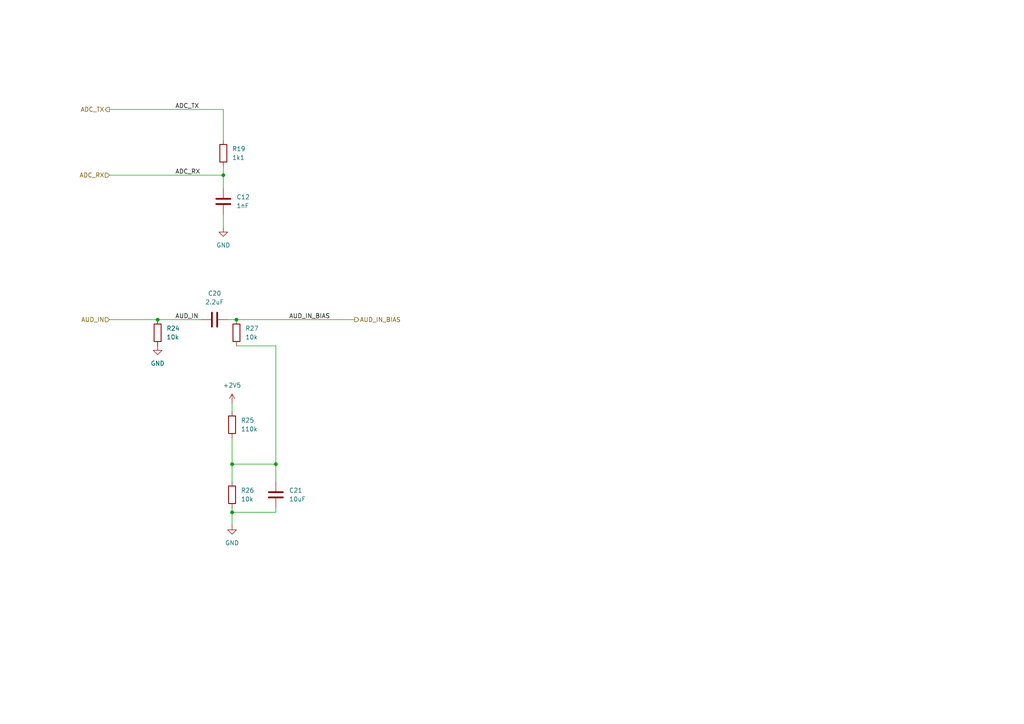
<source format=kicad_sch>
(kicad_sch
	(version 20250114)
	(generator "eeschema")
	(generator_version "9.0")
	(uuid "772ff847-a194-466b-b27b-2c6e74b275df")
	(paper "A4")
	(lib_symbols
		(symbol "Device:C"
			(pin_numbers
				(hide yes)
			)
			(pin_names
				(offset 0.254)
			)
			(exclude_from_sim no)
			(in_bom yes)
			(on_board yes)
			(property "Reference" "C"
				(at 0.635 2.54 0)
				(effects
					(font
						(size 1.27 1.27)
					)
					(justify left)
				)
			)
			(property "Value" "C"
				(at 0.635 -2.54 0)
				(effects
					(font
						(size 1.27 1.27)
					)
					(justify left)
				)
			)
			(property "Footprint" ""
				(at 0.9652 -3.81 0)
				(effects
					(font
						(size 1.27 1.27)
					)
					(hide yes)
				)
			)
			(property "Datasheet" "~"
				(at 0 0 0)
				(effects
					(font
						(size 1.27 1.27)
					)
					(hide yes)
				)
			)
			(property "Description" "Unpolarized capacitor"
				(at 0 0 0)
				(effects
					(font
						(size 1.27 1.27)
					)
					(hide yes)
				)
			)
			(property "ki_keywords" "cap capacitor"
				(at 0 0 0)
				(effects
					(font
						(size 1.27 1.27)
					)
					(hide yes)
				)
			)
			(property "ki_fp_filters" "C_*"
				(at 0 0 0)
				(effects
					(font
						(size 1.27 1.27)
					)
					(hide yes)
				)
			)
			(symbol "C_0_1"
				(polyline
					(pts
						(xy -2.032 0.762) (xy 2.032 0.762)
					)
					(stroke
						(width 0.508)
						(type default)
					)
					(fill
						(type none)
					)
				)
				(polyline
					(pts
						(xy -2.032 -0.762) (xy 2.032 -0.762)
					)
					(stroke
						(width 0.508)
						(type default)
					)
					(fill
						(type none)
					)
				)
			)
			(symbol "C_1_1"
				(pin passive line
					(at 0 3.81 270)
					(length 2.794)
					(name "~"
						(effects
							(font
								(size 1.27 1.27)
							)
						)
					)
					(number "1"
						(effects
							(font
								(size 1.27 1.27)
							)
						)
					)
				)
				(pin passive line
					(at 0 -3.81 90)
					(length 2.794)
					(name "~"
						(effects
							(font
								(size 1.27 1.27)
							)
						)
					)
					(number "2"
						(effects
							(font
								(size 1.27 1.27)
							)
						)
					)
				)
			)
			(embedded_fonts no)
		)
		(symbol "Device:R"
			(pin_numbers
				(hide yes)
			)
			(pin_names
				(offset 0)
			)
			(exclude_from_sim no)
			(in_bom yes)
			(on_board yes)
			(property "Reference" "R"
				(at 2.032 0 90)
				(effects
					(font
						(size 1.27 1.27)
					)
				)
			)
			(property "Value" "R"
				(at 0 0 90)
				(effects
					(font
						(size 1.27 1.27)
					)
				)
			)
			(property "Footprint" ""
				(at -1.778 0 90)
				(effects
					(font
						(size 1.27 1.27)
					)
					(hide yes)
				)
			)
			(property "Datasheet" "~"
				(at 0 0 0)
				(effects
					(font
						(size 1.27 1.27)
					)
					(hide yes)
				)
			)
			(property "Description" "Resistor"
				(at 0 0 0)
				(effects
					(font
						(size 1.27 1.27)
					)
					(hide yes)
				)
			)
			(property "ki_keywords" "R res resistor"
				(at 0 0 0)
				(effects
					(font
						(size 1.27 1.27)
					)
					(hide yes)
				)
			)
			(property "ki_fp_filters" "R_*"
				(at 0 0 0)
				(effects
					(font
						(size 1.27 1.27)
					)
					(hide yes)
				)
			)
			(symbol "R_0_1"
				(rectangle
					(start -1.016 -2.54)
					(end 1.016 2.54)
					(stroke
						(width 0.254)
						(type default)
					)
					(fill
						(type none)
					)
				)
			)
			(symbol "R_1_1"
				(pin passive line
					(at 0 3.81 270)
					(length 1.27)
					(name "~"
						(effects
							(font
								(size 1.27 1.27)
							)
						)
					)
					(number "1"
						(effects
							(font
								(size 1.27 1.27)
							)
						)
					)
				)
				(pin passive line
					(at 0 -3.81 90)
					(length 1.27)
					(name "~"
						(effects
							(font
								(size 1.27 1.27)
							)
						)
					)
					(number "2"
						(effects
							(font
								(size 1.27 1.27)
							)
						)
					)
				)
			)
			(embedded_fonts no)
		)
		(symbol "power:+2V5"
			(power)
			(pin_numbers
				(hide yes)
			)
			(pin_names
				(offset 0)
				(hide yes)
			)
			(exclude_from_sim no)
			(in_bom yes)
			(on_board yes)
			(property "Reference" "#PWR"
				(at 0 -3.81 0)
				(effects
					(font
						(size 1.27 1.27)
					)
					(hide yes)
				)
			)
			(property "Value" "+2V5"
				(at 0 3.556 0)
				(effects
					(font
						(size 1.27 1.27)
					)
				)
			)
			(property "Footprint" ""
				(at 0 0 0)
				(effects
					(font
						(size 1.27 1.27)
					)
					(hide yes)
				)
			)
			(property "Datasheet" ""
				(at 0 0 0)
				(effects
					(font
						(size 1.27 1.27)
					)
					(hide yes)
				)
			)
			(property "Description" "Power symbol creates a global label with name \"+2V5\""
				(at 0 0 0)
				(effects
					(font
						(size 1.27 1.27)
					)
					(hide yes)
				)
			)
			(property "ki_keywords" "global power"
				(at 0 0 0)
				(effects
					(font
						(size 1.27 1.27)
					)
					(hide yes)
				)
			)
			(symbol "+2V5_0_1"
				(polyline
					(pts
						(xy -0.762 1.27) (xy 0 2.54)
					)
					(stroke
						(width 0)
						(type default)
					)
					(fill
						(type none)
					)
				)
				(polyline
					(pts
						(xy 0 2.54) (xy 0.762 1.27)
					)
					(stroke
						(width 0)
						(type default)
					)
					(fill
						(type none)
					)
				)
				(polyline
					(pts
						(xy 0 0) (xy 0 2.54)
					)
					(stroke
						(width 0)
						(type default)
					)
					(fill
						(type none)
					)
				)
			)
			(symbol "+2V5_1_1"
				(pin power_in line
					(at 0 0 90)
					(length 0)
					(name "~"
						(effects
							(font
								(size 1.27 1.27)
							)
						)
					)
					(number "1"
						(effects
							(font
								(size 1.27 1.27)
							)
						)
					)
				)
			)
			(embedded_fonts no)
		)
		(symbol "power:GND"
			(power)
			(pin_numbers
				(hide yes)
			)
			(pin_names
				(offset 0)
				(hide yes)
			)
			(exclude_from_sim no)
			(in_bom yes)
			(on_board yes)
			(property "Reference" "#PWR"
				(at 0 -6.35 0)
				(effects
					(font
						(size 1.27 1.27)
					)
					(hide yes)
				)
			)
			(property "Value" "GND"
				(at 0 -3.81 0)
				(effects
					(font
						(size 1.27 1.27)
					)
				)
			)
			(property "Footprint" ""
				(at 0 0 0)
				(effects
					(font
						(size 1.27 1.27)
					)
					(hide yes)
				)
			)
			(property "Datasheet" ""
				(at 0 0 0)
				(effects
					(font
						(size 1.27 1.27)
					)
					(hide yes)
				)
			)
			(property "Description" "Power symbol creates a global label with name \"GND\" , ground"
				(at 0 0 0)
				(effects
					(font
						(size 1.27 1.27)
					)
					(hide yes)
				)
			)
			(property "ki_keywords" "global power"
				(at 0 0 0)
				(effects
					(font
						(size 1.27 1.27)
					)
					(hide yes)
				)
			)
			(symbol "GND_0_1"
				(polyline
					(pts
						(xy 0 0) (xy 0 -1.27) (xy 1.27 -1.27) (xy 0 -2.54) (xy -1.27 -1.27) (xy 0 -1.27)
					)
					(stroke
						(width 0)
						(type default)
					)
					(fill
						(type none)
					)
				)
			)
			(symbol "GND_1_1"
				(pin power_in line
					(at 0 0 270)
					(length 0)
					(name "~"
						(effects
							(font
								(size 1.27 1.27)
							)
						)
					)
					(number "1"
						(effects
							(font
								(size 1.27 1.27)
							)
						)
					)
				)
			)
			(embedded_fonts no)
		)
	)
	(junction
		(at 80.01 134.62)
		(diameter 0)
		(color 0 0 0 0)
		(uuid "69fb3c55-a83b-4e11-a98e-1342a51f9021")
	)
	(junction
		(at 67.31 148.59)
		(diameter 0)
		(color 0 0 0 0)
		(uuid "ad1985dd-f893-4136-a76e-af41db7a8c88")
	)
	(junction
		(at 67.31 134.62)
		(diameter 0)
		(color 0 0 0 0)
		(uuid "c2bd121f-cf65-4a07-b2e5-c0ce02e2fed0")
	)
	(junction
		(at 64.77 50.8)
		(diameter 0)
		(color 0 0 0 0)
		(uuid "e2de462b-c113-4a94-9b74-4d9c4b42f9e5")
	)
	(junction
		(at 45.72 92.71)
		(diameter 0)
		(color 0 0 0 0)
		(uuid "e794da8a-d2b8-41d0-8da9-18dc768224e9")
	)
	(junction
		(at 68.58 92.71)
		(diameter 0)
		(color 0 0 0 0)
		(uuid "eef71d24-4bb8-44d2-9eca-25cc800950cb")
	)
	(wire
		(pts
			(xy 66.04 92.71) (xy 68.58 92.71)
		)
		(stroke
			(width 0)
			(type default)
		)
		(uuid "001d2034-00fd-43e2-975b-75c796844e9a")
	)
	(wire
		(pts
			(xy 31.75 31.75) (xy 64.77 31.75)
		)
		(stroke
			(width 0)
			(type default)
		)
		(uuid "0cc43b31-eeac-49b5-8dde-6a7b30e322e9")
	)
	(wire
		(pts
			(xy 67.31 134.62) (xy 67.31 139.7)
		)
		(stroke
			(width 0)
			(type default)
		)
		(uuid "1dd1bcec-cecd-4a79-a59a-61c16fa16d66")
	)
	(wire
		(pts
			(xy 80.01 100.33) (xy 68.58 100.33)
		)
		(stroke
			(width 0)
			(type default)
		)
		(uuid "2ea1501c-2938-4c45-ba77-fee0cc427a49")
	)
	(wire
		(pts
			(xy 64.77 40.64) (xy 64.77 31.75)
		)
		(stroke
			(width 0)
			(type default)
		)
		(uuid "3cef5acd-41b8-4342-b27f-e9d9a81eda32")
	)
	(wire
		(pts
			(xy 80.01 100.33) (xy 80.01 134.62)
		)
		(stroke
			(width 0)
			(type default)
		)
		(uuid "4fb39f44-b2a6-4e5b-96de-97d11a0b6c97")
	)
	(wire
		(pts
			(xy 67.31 148.59) (xy 80.01 148.59)
		)
		(stroke
			(width 0)
			(type default)
		)
		(uuid "53e362ce-1887-43af-9dc9-a7bd76ce5d41")
	)
	(wire
		(pts
			(xy 80.01 148.59) (xy 80.01 147.32)
		)
		(stroke
			(width 0)
			(type default)
		)
		(uuid "5f249474-d5f8-42ae-b870-507d178d9ffd")
	)
	(wire
		(pts
			(xy 31.75 92.71) (xy 45.72 92.71)
		)
		(stroke
			(width 0)
			(type default)
		)
		(uuid "6a5c9f25-69b7-4a49-9fa2-992725797057")
	)
	(wire
		(pts
			(xy 67.31 127) (xy 67.31 134.62)
		)
		(stroke
			(width 0)
			(type default)
		)
		(uuid "6bd99f29-55d9-4590-8a4d-c3a592bcbc02")
	)
	(wire
		(pts
			(xy 64.77 62.23) (xy 64.77 66.04)
		)
		(stroke
			(width 0)
			(type default)
		)
		(uuid "9a8bdc72-bcce-4b45-b6ba-f2b3e0cbceba")
	)
	(wire
		(pts
			(xy 80.01 139.7) (xy 80.01 134.62)
		)
		(stroke
			(width 0)
			(type default)
		)
		(uuid "9fc66f45-7578-4834-a632-c098c0187004")
	)
	(wire
		(pts
			(xy 64.77 50.8) (xy 64.77 54.61)
		)
		(stroke
			(width 0)
			(type default)
		)
		(uuid "a0195bb6-a69e-4d5f-be47-c5f7ee4646af")
	)
	(wire
		(pts
			(xy 67.31 147.32) (xy 67.31 148.59)
		)
		(stroke
			(width 0)
			(type default)
		)
		(uuid "aa4e78dd-5f6e-49af-8435-907e960b5411")
	)
	(wire
		(pts
			(xy 31.75 50.8) (xy 64.77 50.8)
		)
		(stroke
			(width 0)
			(type default)
		)
		(uuid "b0f1ec8e-8924-4f38-a55b-916139eb51b1")
	)
	(wire
		(pts
			(xy 67.31 116.84) (xy 67.31 119.38)
		)
		(stroke
			(width 0)
			(type default)
		)
		(uuid "b18d8660-1ad0-4726-bc59-6720ffa5497d")
	)
	(wire
		(pts
			(xy 80.01 134.62) (xy 67.31 134.62)
		)
		(stroke
			(width 0)
			(type default)
		)
		(uuid "bdcddb90-5bde-40e5-a241-159eae7ddd91")
	)
	(wire
		(pts
			(xy 67.31 148.59) (xy 67.31 152.4)
		)
		(stroke
			(width 0)
			(type default)
		)
		(uuid "c6ccff82-b35e-435b-acf6-c8b6432c9f07")
	)
	(wire
		(pts
			(xy 45.72 92.71) (xy 58.42 92.71)
		)
		(stroke
			(width 0)
			(type default)
		)
		(uuid "d5851c72-42c2-49c2-8931-283ecadedda6")
	)
	(wire
		(pts
			(xy 64.77 48.26) (xy 64.77 50.8)
		)
		(stroke
			(width 0)
			(type default)
		)
		(uuid "ebd0cfe5-0e2b-4486-94f2-e92587b30be9")
	)
	(wire
		(pts
			(xy 68.58 92.71) (xy 102.87 92.71)
		)
		(stroke
			(width 0)
			(type default)
		)
		(uuid "f98d7ac1-13ab-46f7-96fc-a41bc6c44cca")
	)
	(label "ADC_RX"
		(at 50.8 50.8 0)
		(effects
			(font
				(size 1.27 1.27)
			)
			(justify left bottom)
		)
		(uuid "378375b1-1290-42fc-8e13-4247b057fb56")
	)
	(label "AUD_IN"
		(at 50.8 92.71 0)
		(effects
			(font
				(size 1.27 1.27)
			)
			(justify left bottom)
		)
		(uuid "87380dec-790d-4b03-9eda-0b883195d5f5")
	)
	(label "AUD_IN_BIAS"
		(at 83.82 92.71 0)
		(effects
			(font
				(size 1.27 1.27)
			)
			(justify left bottom)
		)
		(uuid "b78e23d8-8604-4296-b644-1e51c2d197bb")
	)
	(label "ADC_TX"
		(at 50.8 31.75 0)
		(effects
			(font
				(size 1.27 1.27)
			)
			(justify left bottom)
		)
		(uuid "c1ca05a6-4cdc-4ad5-89ec-b4d94499e3f3")
	)
	(hierarchical_label "AUD_IN_BIAS"
		(shape output)
		(at 102.87 92.71 0)
		(effects
			(font
				(size 1.27 1.27)
			)
			(justify left)
		)
		(uuid "01f0a8c4-f828-4fd3-b22a-817b26ed8b59")
	)
	(hierarchical_label "ADC_RX"
		(shape input)
		(at 31.75 50.8 180)
		(effects
			(font
				(size 1.27 1.27)
			)
			(justify right)
		)
		(uuid "9ac4167d-c812-4cd6-a312-c1e6f6b895e8")
	)
	(hierarchical_label "ADC_TX"
		(shape output)
		(at 31.75 31.75 180)
		(effects
			(font
				(size 1.27 1.27)
			)
			(justify right)
		)
		(uuid "cff769a2-6a55-4662-b14a-93983a23f6df")
	)
	(hierarchical_label "AUD_IN"
		(shape input)
		(at 31.75 92.71 180)
		(effects
			(font
				(size 1.27 1.27)
			)
			(justify right)
		)
		(uuid "db1fb264-23fa-4873-a117-03727fe5621e")
	)
	(symbol
		(lib_id "power:+2V5")
		(at 67.31 116.84 0)
		(unit 1)
		(exclude_from_sim no)
		(in_bom yes)
		(on_board yes)
		(dnp no)
		(fields_autoplaced yes)
		(uuid "4492d9c5-9f0c-4434-b18a-0a87f8a7320a")
		(property "Reference" "#PWR038"
			(at 67.31 120.65 0)
			(effects
				(font
					(size 1.27 1.27)
				)
				(hide yes)
			)
		)
		(property "Value" "+2V5"
			(at 67.31 111.76 0)
			(effects
				(font
					(size 1.27 1.27)
				)
			)
		)
		(property "Footprint" ""
			(at 67.31 116.84 0)
			(effects
				(font
					(size 1.27 1.27)
				)
				(hide yes)
			)
		)
		(property "Datasheet" ""
			(at 67.31 116.84 0)
			(effects
				(font
					(size 1.27 1.27)
				)
				(hide yes)
			)
		)
		(property "Description" "Power symbol creates a global label with name \"+2V5\""
			(at 67.31 116.84 0)
			(effects
				(font
					(size 1.27 1.27)
				)
				(hide yes)
			)
		)
		(pin "1"
			(uuid "3824f770-5cb1-4f02-a890-7a1b043ff467")
		)
		(instances
			(project "pokeymax4_5"
				(path "/f8f92944-710a-49a0-a698-f840e5f20e15/1dc50d40-2acd-4c26-808b-1819716fc764"
					(reference "#PWR038")
					(unit 1)
				)
			)
		)
	)
	(symbol
		(lib_id "Device:R")
		(at 67.31 123.19 0)
		(unit 1)
		(exclude_from_sim no)
		(in_bom yes)
		(on_board yes)
		(dnp no)
		(fields_autoplaced yes)
		(uuid "780f7e9c-b61e-412a-8623-462f256e1770")
		(property "Reference" "R25"
			(at 69.85 121.9199 0)
			(effects
				(font
					(size 1.27 1.27)
				)
				(justify left)
			)
		)
		(property "Value" "110k"
			(at 69.85 124.4599 0)
			(effects
				(font
					(size 1.27 1.27)
				)
				(justify left)
			)
		)
		(property "Footprint" "Resistor_SMD:R_0603_1608Metric"
			(at 65.532 123.19 90)
			(effects
				(font
					(size 1.27 1.27)
				)
				(hide yes)
			)
		)
		(property "Datasheet" "~"
			(at 67.31 123.19 0)
			(effects
				(font
					(size 1.27 1.27)
				)
				(hide yes)
			)
		)
		(property "Description" "Resistor"
			(at 67.31 123.19 0)
			(effects
				(font
					(size 1.27 1.27)
				)
				(hide yes)
			)
		)
		(pin "1"
			(uuid "43b73002-03c3-4fdf-801f-40ece299f585")
		)
		(pin "2"
			(uuid "01513ca9-8625-437e-8fd1-21e5ba04b2cb")
		)
		(instances
			(project "pokeymax4_5"
				(path "/f8f92944-710a-49a0-a698-f840e5f20e15/1dc50d40-2acd-4c26-808b-1819716fc764"
					(reference "R25")
					(unit 1)
				)
			)
		)
	)
	(symbol
		(lib_id "Device:R")
		(at 45.72 96.52 0)
		(unit 1)
		(exclude_from_sim no)
		(in_bom yes)
		(on_board yes)
		(dnp no)
		(fields_autoplaced yes)
		(uuid "7bda38c4-a233-458d-ba2a-b1d80e160058")
		(property "Reference" "R24"
			(at 48.26 95.2499 0)
			(effects
				(font
					(size 1.27 1.27)
				)
				(justify left)
			)
		)
		(property "Value" "10k"
			(at 48.26 97.7899 0)
			(effects
				(font
					(size 1.27 1.27)
				)
				(justify left)
			)
		)
		(property "Footprint" "Resistor_SMD:R_0603_1608Metric"
			(at 43.942 96.52 90)
			(effects
				(font
					(size 1.27 1.27)
				)
				(hide yes)
			)
		)
		(property "Datasheet" "~"
			(at 45.72 96.52 0)
			(effects
				(font
					(size 1.27 1.27)
				)
				(hide yes)
			)
		)
		(property "Description" "Resistor"
			(at 45.72 96.52 0)
			(effects
				(font
					(size 1.27 1.27)
				)
				(hide yes)
			)
		)
		(pin "1"
			(uuid "a013ff97-fa20-483e-9717-a93fcc4d5895")
		)
		(pin "2"
			(uuid "c72d604b-6adb-4caa-9647-00eabf2e4d4a")
		)
		(instances
			(project "pokeymax4_5"
				(path "/f8f92944-710a-49a0-a698-f840e5f20e15/1dc50d40-2acd-4c26-808b-1819716fc764"
					(reference "R24")
					(unit 1)
				)
			)
		)
	)
	(symbol
		(lib_id "Device:R")
		(at 68.58 96.52 0)
		(unit 1)
		(exclude_from_sim no)
		(in_bom yes)
		(on_board yes)
		(dnp no)
		(fields_autoplaced yes)
		(uuid "93ed9da9-f80a-47d2-935c-b25dac6ec717")
		(property "Reference" "R27"
			(at 71.12 95.2499 0)
			(effects
				(font
					(size 1.27 1.27)
				)
				(justify left)
			)
		)
		(property "Value" "10k"
			(at 71.12 97.7899 0)
			(effects
				(font
					(size 1.27 1.27)
				)
				(justify left)
			)
		)
		(property "Footprint" "Resistor_SMD:R_0603_1608Metric"
			(at 66.802 96.52 90)
			(effects
				(font
					(size 1.27 1.27)
				)
				(hide yes)
			)
		)
		(property "Datasheet" "~"
			(at 68.58 96.52 0)
			(effects
				(font
					(size 1.27 1.27)
				)
				(hide yes)
			)
		)
		(property "Description" "Resistor"
			(at 68.58 96.52 0)
			(effects
				(font
					(size 1.27 1.27)
				)
				(hide yes)
			)
		)
		(pin "1"
			(uuid "22496743-8826-4602-b5d2-2bc2af10ea9e")
		)
		(pin "2"
			(uuid "34b26095-c4e5-47bd-845c-f59e565f4b57")
		)
		(instances
			(project "pokeymax4_5"
				(path "/f8f92944-710a-49a0-a698-f840e5f20e15/1dc50d40-2acd-4c26-808b-1819716fc764"
					(reference "R27")
					(unit 1)
				)
			)
		)
	)
	(symbol
		(lib_id "Device:C")
		(at 62.23 92.71 90)
		(unit 1)
		(exclude_from_sim no)
		(in_bom yes)
		(on_board yes)
		(dnp no)
		(fields_autoplaced yes)
		(uuid "93fcf6e1-b585-468f-9553-649934a95976")
		(property "Reference" "C20"
			(at 62.23 85.09 90)
			(effects
				(font
					(size 1.27 1.27)
				)
			)
		)
		(property "Value" "2.2uF"
			(at 62.23 87.63 90)
			(effects
				(font
					(size 1.27 1.27)
				)
			)
		)
		(property "Footprint" "Capacitor_SMD:C_0603_1608Metric"
			(at 66.04 91.7448 0)
			(effects
				(font
					(size 1.27 1.27)
				)
				(hide yes)
			)
		)
		(property "Datasheet" "~"
			(at 62.23 92.71 0)
			(effects
				(font
					(size 1.27 1.27)
				)
				(hide yes)
			)
		)
		(property "Description" "Unpolarized capacitor"
			(at 62.23 92.71 0)
			(effects
				(font
					(size 1.27 1.27)
				)
				(hide yes)
			)
		)
		(pin "1"
			(uuid "d50d7e13-a5c6-4a53-8b81-028ece97e93b")
		)
		(pin "2"
			(uuid "cb5fd505-de36-432b-9769-bec05de6661f")
		)
		(instances
			(project "pokeymax4_5"
				(path "/f8f92944-710a-49a0-a698-f840e5f20e15/1dc50d40-2acd-4c26-808b-1819716fc764"
					(reference "C20")
					(unit 1)
				)
			)
		)
	)
	(symbol
		(lib_id "power:GND")
		(at 64.77 66.04 0)
		(unit 1)
		(exclude_from_sim no)
		(in_bom yes)
		(on_board yes)
		(dnp no)
		(fields_autoplaced yes)
		(uuid "945972f6-456c-4710-9df2-33dc825f4d15")
		(property "Reference" "#PWR036"
			(at 64.77 72.39 0)
			(effects
				(font
					(size 1.27 1.27)
				)
				(hide yes)
			)
		)
		(property "Value" "GND"
			(at 64.77 71.12 0)
			(effects
				(font
					(size 1.27 1.27)
				)
			)
		)
		(property "Footprint" ""
			(at 64.77 66.04 0)
			(effects
				(font
					(size 1.27 1.27)
				)
				(hide yes)
			)
		)
		(property "Datasheet" ""
			(at 64.77 66.04 0)
			(effects
				(font
					(size 1.27 1.27)
				)
				(hide yes)
			)
		)
		(property "Description" "Power symbol creates a global label with name \"GND\" , ground"
			(at 64.77 66.04 0)
			(effects
				(font
					(size 1.27 1.27)
				)
				(hide yes)
			)
		)
		(pin "1"
			(uuid "ad522a48-b0af-498a-95c5-1623c31d2589")
		)
		(instances
			(project ""
				(path "/f8f92944-710a-49a0-a698-f840e5f20e15/1dc50d40-2acd-4c26-808b-1819716fc764"
					(reference "#PWR036")
					(unit 1)
				)
			)
		)
	)
	(symbol
		(lib_id "Device:R")
		(at 64.77 44.45 0)
		(unit 1)
		(exclude_from_sim no)
		(in_bom yes)
		(on_board yes)
		(dnp no)
		(fields_autoplaced yes)
		(uuid "971f0099-318a-42a4-aee4-8740ef73c374")
		(property "Reference" "R19"
			(at 67.31 43.1799 0)
			(effects
				(font
					(size 1.27 1.27)
				)
				(justify left)
			)
		)
		(property "Value" "1k1"
			(at 67.31 45.7199 0)
			(effects
				(font
					(size 1.27 1.27)
				)
				(justify left)
			)
		)
		(property "Footprint" "Resistor_SMD:R_0603_1608Metric"
			(at 62.992 44.45 90)
			(effects
				(font
					(size 1.27 1.27)
				)
				(hide yes)
			)
		)
		(property "Datasheet" "~"
			(at 64.77 44.45 0)
			(effects
				(font
					(size 1.27 1.27)
				)
				(hide yes)
			)
		)
		(property "Description" "Resistor"
			(at 64.77 44.45 0)
			(effects
				(font
					(size 1.27 1.27)
				)
				(hide yes)
			)
		)
		(pin "2"
			(uuid "dab00a8d-7729-438e-9673-63813aa46a87")
		)
		(pin "1"
			(uuid "3b0f4286-72c6-4efe-8ad1-89c5b67e5d0a")
		)
		(instances
			(project ""
				(path "/f8f92944-710a-49a0-a698-f840e5f20e15/1dc50d40-2acd-4c26-808b-1819716fc764"
					(reference "R19")
					(unit 1)
				)
			)
		)
	)
	(symbol
		(lib_id "Device:C")
		(at 64.77 58.42 0)
		(unit 1)
		(exclude_from_sim no)
		(in_bom yes)
		(on_board yes)
		(dnp no)
		(fields_autoplaced yes)
		(uuid "abe35a00-08d8-443a-9731-b3df85251e37")
		(property "Reference" "C12"
			(at 68.58 57.1499 0)
			(effects
				(font
					(size 1.27 1.27)
				)
				(justify left)
			)
		)
		(property "Value" "1nF"
			(at 68.58 59.6899 0)
			(effects
				(font
					(size 1.27 1.27)
				)
				(justify left)
			)
		)
		(property "Footprint" "Capacitor_SMD:C_0603_1608Metric"
			(at 65.7352 62.23 0)
			(effects
				(font
					(size 1.27 1.27)
				)
				(hide yes)
			)
		)
		(property "Datasheet" "~"
			(at 64.77 58.42 0)
			(effects
				(font
					(size 1.27 1.27)
				)
				(hide yes)
			)
		)
		(property "Description" "Unpolarized capacitor"
			(at 64.77 58.42 0)
			(effects
				(font
					(size 1.27 1.27)
				)
				(hide yes)
			)
		)
		(pin "1"
			(uuid "affee368-0878-49ce-8cc1-ea404548f731")
		)
		(pin "2"
			(uuid "d22beb7c-fea3-4044-92a5-0dffacc266e2")
		)
		(instances
			(project ""
				(path "/f8f92944-710a-49a0-a698-f840e5f20e15/1dc50d40-2acd-4c26-808b-1819716fc764"
					(reference "C12")
					(unit 1)
				)
			)
		)
	)
	(symbol
		(lib_id "Device:C")
		(at 80.01 143.51 180)
		(unit 1)
		(exclude_from_sim no)
		(in_bom yes)
		(on_board yes)
		(dnp no)
		(fields_autoplaced yes)
		(uuid "c3c3bbbc-294d-4968-9488-9b11e95ea663")
		(property "Reference" "C21"
			(at 83.82 142.2399 0)
			(effects
				(font
					(size 1.27 1.27)
				)
				(justify right)
			)
		)
		(property "Value" "10uF"
			(at 83.82 144.7799 0)
			(effects
				(font
					(size 1.27 1.27)
				)
				(justify right)
			)
		)
		(property "Footprint" "Capacitor_SMD:C_0603_1608Metric"
			(at 79.0448 139.7 0)
			(effects
				(font
					(size 1.27 1.27)
				)
				(hide yes)
			)
		)
		(property "Datasheet" "~"
			(at 80.01 143.51 0)
			(effects
				(font
					(size 1.27 1.27)
				)
				(hide yes)
			)
		)
		(property "Description" "Unpolarized capacitor"
			(at 80.01 143.51 0)
			(effects
				(font
					(size 1.27 1.27)
				)
				(hide yes)
			)
		)
		(pin "1"
			(uuid "f6dc844a-1c25-4206-87ec-f6291b0aab96")
		)
		(pin "2"
			(uuid "dd4e351f-cf90-44fb-8881-510498915556")
		)
		(instances
			(project "pokeymax4_5"
				(path "/f8f92944-710a-49a0-a698-f840e5f20e15/1dc50d40-2acd-4c26-808b-1819716fc764"
					(reference "C21")
					(unit 1)
				)
			)
		)
	)
	(symbol
		(lib_id "Device:R")
		(at 67.31 143.51 0)
		(unit 1)
		(exclude_from_sim no)
		(in_bom yes)
		(on_board yes)
		(dnp no)
		(fields_autoplaced yes)
		(uuid "d58023cd-ad79-4965-b5d1-74dbf1093308")
		(property "Reference" "R26"
			(at 69.85 142.2399 0)
			(effects
				(font
					(size 1.27 1.27)
				)
				(justify left)
			)
		)
		(property "Value" "10k"
			(at 69.85 144.7799 0)
			(effects
				(font
					(size 1.27 1.27)
				)
				(justify left)
			)
		)
		(property "Footprint" "Resistor_SMD:R_0603_1608Metric"
			(at 65.532 143.51 90)
			(effects
				(font
					(size 1.27 1.27)
				)
				(hide yes)
			)
		)
		(property "Datasheet" "~"
			(at 67.31 143.51 0)
			(effects
				(font
					(size 1.27 1.27)
				)
				(hide yes)
			)
		)
		(property "Description" "Resistor"
			(at 67.31 143.51 0)
			(effects
				(font
					(size 1.27 1.27)
				)
				(hide yes)
			)
		)
		(pin "1"
			(uuid "2729f1d3-ccd5-4b30-b1b1-f1cb8a9d6237")
		)
		(pin "2"
			(uuid "8536d14f-4c94-4631-9790-3b3cd1835adf")
		)
		(instances
			(project "pokeymax4_5"
				(path "/f8f92944-710a-49a0-a698-f840e5f20e15/1dc50d40-2acd-4c26-808b-1819716fc764"
					(reference "R26")
					(unit 1)
				)
			)
		)
	)
	(symbol
		(lib_id "power:GND")
		(at 67.31 152.4 0)
		(unit 1)
		(exclude_from_sim no)
		(in_bom yes)
		(on_board yes)
		(dnp no)
		(fields_autoplaced yes)
		(uuid "d9cb2843-1bc3-4eb9-81b8-c792523866f7")
		(property "Reference" "#PWR037"
			(at 67.31 158.75 0)
			(effects
				(font
					(size 1.27 1.27)
				)
				(hide yes)
			)
		)
		(property "Value" "GND"
			(at 67.31 157.48 0)
			(effects
				(font
					(size 1.27 1.27)
				)
			)
		)
		(property "Footprint" ""
			(at 67.31 152.4 0)
			(effects
				(font
					(size 1.27 1.27)
				)
				(hide yes)
			)
		)
		(property "Datasheet" ""
			(at 67.31 152.4 0)
			(effects
				(font
					(size 1.27 1.27)
				)
				(hide yes)
			)
		)
		(property "Description" "Power symbol creates a global label with name \"GND\" , ground"
			(at 67.31 152.4 0)
			(effects
				(font
					(size 1.27 1.27)
				)
				(hide yes)
			)
		)
		(pin "1"
			(uuid "ea3258cb-1e85-4d9b-834d-2092b1fe5ad2")
		)
		(instances
			(project "pokeymax4_5"
				(path "/f8f92944-710a-49a0-a698-f840e5f20e15/1dc50d40-2acd-4c26-808b-1819716fc764"
					(reference "#PWR037")
					(unit 1)
				)
			)
		)
	)
	(symbol
		(lib_id "power:GND")
		(at 45.72 100.33 0)
		(unit 1)
		(exclude_from_sim no)
		(in_bom yes)
		(on_board yes)
		(dnp no)
		(fields_autoplaced yes)
		(uuid "ec6f1641-61f9-4d8b-92ac-1a0d96e5d648")
		(property "Reference" "#PWR041"
			(at 45.72 106.68 0)
			(effects
				(font
					(size 1.27 1.27)
				)
				(hide yes)
			)
		)
		(property "Value" "GND"
			(at 45.72 105.41 0)
			(effects
				(font
					(size 1.27 1.27)
				)
			)
		)
		(property "Footprint" ""
			(at 45.72 100.33 0)
			(effects
				(font
					(size 1.27 1.27)
				)
				(hide yes)
			)
		)
		(property "Datasheet" ""
			(at 45.72 100.33 0)
			(effects
				(font
					(size 1.27 1.27)
				)
				(hide yes)
			)
		)
		(property "Description" "Power symbol creates a global label with name \"GND\" , ground"
			(at 45.72 100.33 0)
			(effects
				(font
					(size 1.27 1.27)
				)
				(hide yes)
			)
		)
		(pin "1"
			(uuid "a304e755-c770-4150-9aaa-f12635f5e094")
		)
		(instances
			(project "pokeymax4_5"
				(path "/f8f92944-710a-49a0-a698-f840e5f20e15/1dc50d40-2acd-4c26-808b-1819716fc764"
					(reference "#PWR041")
					(unit 1)
				)
			)
		)
	)
)

</source>
